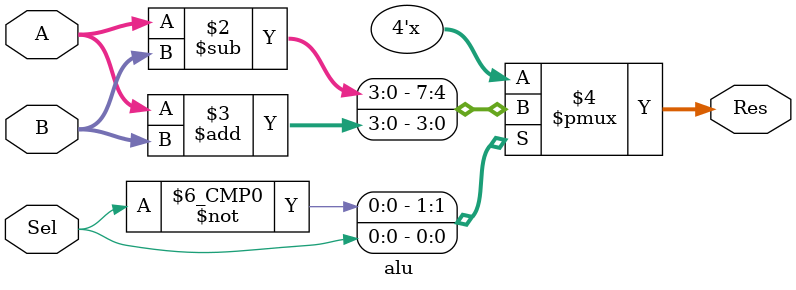
<source format=sv>
`timescale 1ns / 1ps


module alu( A, B, Sel, Res );
    input[3:0] A;
    input[3:0] B;
    input Sel;
    output logic[3:0] Res;
    
    
    always_comb
      begin 
        case(Sel)
          1'b0: Res = A - B;
          1'b1: Res = A + B;
        endcase
    end

endmodule

</source>
